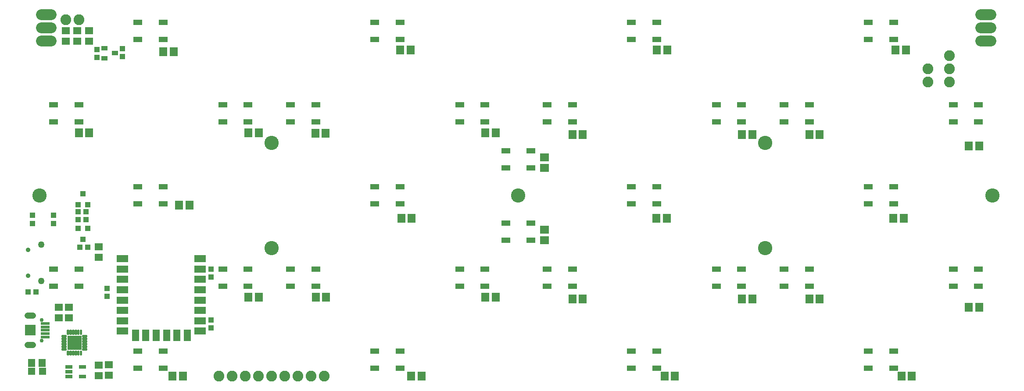
<source format=gts>
G75*
%MOIN*%
%OFA0B0*%
%FSLAX25Y25*%
%IPPOS*%
%LPD*%
%AMOC8*
5,1,8,0,0,1.08239X$1,22.5*
%
%ADD10C,0.10800*%
%ADD11R,0.06706X0.04343*%
%ADD12R,0.05918X0.07099*%
%ADD13R,0.07099X0.05918*%
%ADD14R,0.05918X0.05524*%
%ADD15R,0.05524X0.02965*%
%ADD16R,0.08674X0.05524*%
%ADD17R,0.05524X0.08674*%
%ADD18R,0.03950X0.03950*%
%ADD19R,0.04343X0.04343*%
%ADD20C,0.01351*%
%ADD21R,0.10643X0.10643*%
%ADD22R,0.06509X0.02375*%
%ADD23R,0.08280X0.08280*%
%ADD24C,0.02965*%
%ADD25C,0.04800*%
%ADD26R,0.03950X0.04343*%
%ADD27C,0.08200*%
%ADD28R,0.05524X0.05524*%
%ADD29R,0.05524X0.05918*%
%ADD30C,0.03500*%
%ADD31C,0.05000*%
%ADD32C,0.08200*%
%ADD33R,0.04800X0.03300*%
D10*
X0258502Y0126600D03*
X0258502Y0206600D03*
X0082252Y0166600D03*
X0446002Y0166600D03*
X0633502Y0126600D03*
X0633502Y0206600D03*
X0806252Y0166600D03*
D11*
X0731248Y0160104D03*
X0711956Y0160104D03*
X0711956Y0173096D03*
X0731248Y0173096D03*
X0776356Y0222604D03*
X0776356Y0235596D03*
X0795648Y0235596D03*
X0795648Y0222604D03*
X0731248Y0285104D03*
X0711956Y0285104D03*
X0711956Y0298096D03*
X0731248Y0298096D03*
X0667148Y0235596D03*
X0647856Y0235596D03*
X0647856Y0222604D03*
X0667148Y0222604D03*
X0615648Y0222604D03*
X0596356Y0222604D03*
X0596356Y0235596D03*
X0615648Y0235596D03*
X0551248Y0285104D03*
X0531956Y0285104D03*
X0531956Y0298096D03*
X0551248Y0298096D03*
X0487148Y0235596D03*
X0467856Y0235596D03*
X0467856Y0222604D03*
X0487148Y0222604D03*
X0455648Y0200596D03*
X0455648Y0187604D03*
X0436356Y0187604D03*
X0436356Y0200596D03*
X0420648Y0222604D03*
X0401356Y0222604D03*
X0401356Y0235596D03*
X0420648Y0235596D03*
X0356248Y0285104D03*
X0356248Y0298096D03*
X0336956Y0298096D03*
X0336956Y0285104D03*
X0292148Y0235596D03*
X0272856Y0235596D03*
X0272856Y0222604D03*
X0292148Y0222604D03*
X0240648Y0222604D03*
X0240648Y0235596D03*
X0221356Y0235596D03*
X0221356Y0222604D03*
X0176248Y0173096D03*
X0176248Y0160104D03*
X0156956Y0160104D03*
X0156956Y0173096D03*
X0112148Y0222604D03*
X0092856Y0222604D03*
X0092856Y0235596D03*
X0112148Y0235596D03*
X0156956Y0285104D03*
X0156956Y0298096D03*
X0176248Y0298096D03*
X0176248Y0285104D03*
X0336956Y0173096D03*
X0336956Y0160104D03*
X0356248Y0160104D03*
X0356248Y0173096D03*
X0436356Y0145596D03*
X0436356Y0132604D03*
X0455648Y0132604D03*
X0455648Y0145596D03*
X0467856Y0110596D03*
X0487148Y0110596D03*
X0487148Y0097604D03*
X0467856Y0097604D03*
X0420648Y0097604D03*
X0401356Y0097604D03*
X0401356Y0110596D03*
X0420648Y0110596D03*
X0356248Y0048096D03*
X0356248Y0035104D03*
X0336956Y0035104D03*
X0336956Y0048096D03*
X0292148Y0097604D03*
X0272856Y0097604D03*
X0272856Y0110596D03*
X0292148Y0110596D03*
X0240648Y0110596D03*
X0240648Y0097604D03*
X0221356Y0097604D03*
X0221356Y0110596D03*
X0112148Y0110596D03*
X0092856Y0110596D03*
X0092856Y0097604D03*
X0112148Y0097604D03*
X0156956Y0048096D03*
X0156956Y0035104D03*
X0176248Y0035104D03*
X0176248Y0048096D03*
X0531956Y0048096D03*
X0551248Y0048096D03*
X0551248Y0035104D03*
X0531956Y0035104D03*
X0596356Y0097604D03*
X0615648Y0097604D03*
X0615648Y0110596D03*
X0596356Y0110596D03*
X0647856Y0110596D03*
X0667148Y0110596D03*
X0667148Y0097604D03*
X0647856Y0097604D03*
X0711956Y0048096D03*
X0731248Y0048096D03*
X0731248Y0035104D03*
X0711956Y0035104D03*
X0776356Y0097604D03*
X0776356Y0110596D03*
X0795648Y0110596D03*
X0795648Y0097604D03*
X0551248Y0160104D03*
X0531956Y0160104D03*
X0531956Y0173096D03*
X0551248Y0173096D03*
D12*
X0550815Y0149100D03*
X0558689Y0149100D03*
X0615815Y0087850D03*
X0623689Y0087850D03*
X0667065Y0087850D03*
X0674939Y0087850D03*
X0730815Y0149100D03*
X0738689Y0149100D03*
X0788315Y0204100D03*
X0796189Y0204100D03*
X0674939Y0212850D03*
X0667065Y0212850D03*
X0623689Y0212850D03*
X0615815Y0212850D03*
X0559139Y0277250D03*
X0551265Y0277250D03*
X0494939Y0212850D03*
X0487065Y0212850D03*
X0428689Y0214100D03*
X0420815Y0214100D03*
X0364139Y0277250D03*
X0356265Y0277250D03*
X0299639Y0214000D03*
X0291765Y0214000D03*
X0248689Y0214100D03*
X0240815Y0214100D03*
X0196189Y0159100D03*
X0188315Y0159100D03*
X0119939Y0214100D03*
X0112065Y0214100D03*
X0176265Y0276000D03*
X0184139Y0276000D03*
X0357065Y0149100D03*
X0364939Y0149100D03*
X0420815Y0089100D03*
X0428689Y0089100D03*
X0487065Y0087850D03*
X0494939Y0087850D03*
X0557065Y0029100D03*
X0564939Y0029100D03*
X0737065Y0029100D03*
X0744939Y0029100D03*
X0788315Y0081600D03*
X0796189Y0081600D03*
X0740389Y0277250D03*
X0732515Y0277250D03*
X0299939Y0089100D03*
X0292065Y0089100D03*
X0248689Y0089100D03*
X0240815Y0089100D03*
X0191189Y0029100D03*
X0183315Y0029100D03*
X0364565Y0029100D03*
X0372439Y0029100D03*
D13*
X0466002Y0132663D03*
X0466002Y0140537D03*
X0466002Y0187663D03*
X0466002Y0195537D03*
D14*
X0134835Y0037999D03*
X0127061Y0037664D03*
X0127061Y0029664D03*
X0134835Y0029999D03*
X0104444Y0073500D03*
X0097002Y0073500D03*
X0097002Y0081500D03*
X0104444Y0081500D03*
X0127202Y0119750D03*
X0127202Y0127750D03*
X0119752Y0283850D03*
X0111002Y0283850D03*
X0102252Y0283850D03*
X0102252Y0291850D03*
X0111002Y0291850D03*
X0119752Y0291850D03*
D15*
X0114870Y0036340D03*
X0114870Y0028860D03*
X0104633Y0028860D03*
X0104633Y0032600D03*
X0104633Y0036340D03*
D16*
X0145224Y0063448D03*
X0145224Y0071322D03*
X0145224Y0079196D03*
X0145224Y0087070D03*
X0145224Y0094944D03*
X0145224Y0102819D03*
X0145224Y0110693D03*
X0145224Y0118567D03*
X0204280Y0118567D03*
X0204280Y0110693D03*
X0204280Y0102819D03*
X0204280Y0094944D03*
X0204280Y0087070D03*
X0204280Y0079196D03*
X0204280Y0071322D03*
X0204280Y0063448D03*
D17*
X0194437Y0060417D03*
X0186563Y0060417D03*
X0178689Y0060417D03*
X0170815Y0060417D03*
X0162941Y0060417D03*
X0155067Y0060417D03*
D18*
X0133502Y0089850D03*
X0133502Y0095850D03*
X0118902Y0127350D03*
X0112902Y0127350D03*
X0111452Y0148400D03*
X0111502Y0154100D03*
X0117502Y0154100D03*
X0117452Y0148400D03*
X0212602Y0110650D03*
X0212602Y0104650D03*
X0212352Y0071950D03*
X0212352Y0065950D03*
X0079552Y0093400D03*
X0073552Y0093400D03*
X0125852Y0271750D03*
X0125852Y0277750D03*
X0145102Y0278300D03*
X0145102Y0272300D03*
D19*
X0092823Y0151500D03*
X0092823Y0145200D03*
X0076681Y0145200D03*
X0076681Y0151500D03*
D20*
X0103555Y0063774D02*
X0103555Y0061174D01*
X0103555Y0063774D02*
X0104107Y0063774D01*
X0104107Y0061174D01*
X0103555Y0061174D01*
X0103555Y0062457D02*
X0104107Y0062457D01*
X0104107Y0063740D02*
X0103555Y0063740D01*
X0105523Y0063774D02*
X0105523Y0061174D01*
X0105523Y0063774D02*
X0106075Y0063774D01*
X0106075Y0061174D01*
X0105523Y0061174D01*
X0105523Y0062457D02*
X0106075Y0062457D01*
X0106075Y0063740D02*
X0105523Y0063740D01*
X0107492Y0063774D02*
X0107492Y0061174D01*
X0107492Y0063774D02*
X0108044Y0063774D01*
X0108044Y0061174D01*
X0107492Y0061174D01*
X0107492Y0062457D02*
X0108044Y0062457D01*
X0108044Y0063740D02*
X0107492Y0063740D01*
X0109460Y0063774D02*
X0109460Y0061174D01*
X0109460Y0063774D02*
X0110012Y0063774D01*
X0110012Y0061174D01*
X0109460Y0061174D01*
X0109460Y0062457D02*
X0110012Y0062457D01*
X0110012Y0063740D02*
X0109460Y0063740D01*
X0111429Y0063774D02*
X0111429Y0061174D01*
X0111429Y0063774D02*
X0111981Y0063774D01*
X0111981Y0061174D01*
X0111429Y0061174D01*
X0111429Y0062457D02*
X0111981Y0062457D01*
X0111981Y0063740D02*
X0111429Y0063740D01*
X0113397Y0063774D02*
X0113397Y0061174D01*
X0113397Y0063774D02*
X0113949Y0063774D01*
X0113949Y0061174D01*
X0113397Y0061174D01*
X0113397Y0062457D02*
X0113949Y0062457D01*
X0113949Y0063740D02*
X0113397Y0063740D01*
X0115326Y0059245D02*
X0117926Y0059245D01*
X0115326Y0059245D02*
X0115326Y0059797D01*
X0117926Y0059797D01*
X0117926Y0059245D01*
X0117926Y0057277D02*
X0115326Y0057277D01*
X0115326Y0057829D01*
X0117926Y0057829D01*
X0117926Y0057277D01*
X0117926Y0055308D02*
X0115326Y0055308D01*
X0115326Y0055860D01*
X0117926Y0055860D01*
X0117926Y0055308D01*
X0117926Y0053340D02*
X0115326Y0053340D01*
X0115326Y0053892D01*
X0117926Y0053892D01*
X0117926Y0053340D01*
X0117926Y0051371D02*
X0115326Y0051371D01*
X0115326Y0051923D01*
X0117926Y0051923D01*
X0117926Y0051371D01*
X0117926Y0049403D02*
X0115326Y0049403D01*
X0115326Y0049955D01*
X0117926Y0049955D01*
X0117926Y0049403D01*
X0113949Y0048026D02*
X0113949Y0045426D01*
X0113397Y0045426D01*
X0113397Y0048026D01*
X0113949Y0048026D01*
X0113949Y0046709D02*
X0113397Y0046709D01*
X0113397Y0047992D02*
X0113949Y0047992D01*
X0111981Y0048026D02*
X0111981Y0045426D01*
X0111429Y0045426D01*
X0111429Y0048026D01*
X0111981Y0048026D01*
X0111981Y0046709D02*
X0111429Y0046709D01*
X0111429Y0047992D02*
X0111981Y0047992D01*
X0110012Y0048026D02*
X0110012Y0045426D01*
X0109460Y0045426D01*
X0109460Y0048026D01*
X0110012Y0048026D01*
X0110012Y0046709D02*
X0109460Y0046709D01*
X0109460Y0047992D02*
X0110012Y0047992D01*
X0108044Y0048026D02*
X0108044Y0045426D01*
X0107492Y0045426D01*
X0107492Y0048026D01*
X0108044Y0048026D01*
X0108044Y0046709D02*
X0107492Y0046709D01*
X0107492Y0047992D02*
X0108044Y0047992D01*
X0106075Y0048026D02*
X0106075Y0045426D01*
X0105523Y0045426D01*
X0105523Y0048026D01*
X0106075Y0048026D01*
X0106075Y0046709D02*
X0105523Y0046709D01*
X0105523Y0047992D02*
X0106075Y0047992D01*
X0104107Y0048026D02*
X0104107Y0045426D01*
X0103555Y0045426D01*
X0103555Y0048026D01*
X0104107Y0048026D01*
X0104107Y0046709D02*
X0103555Y0046709D01*
X0103555Y0047992D02*
X0104107Y0047992D01*
X0102178Y0049955D02*
X0099578Y0049955D01*
X0102178Y0049955D02*
X0102178Y0049403D01*
X0099578Y0049403D01*
X0099578Y0049955D01*
X0099578Y0051923D02*
X0102178Y0051923D01*
X0102178Y0051371D01*
X0099578Y0051371D01*
X0099578Y0051923D01*
X0099578Y0053892D02*
X0102178Y0053892D01*
X0102178Y0053340D01*
X0099578Y0053340D01*
X0099578Y0053892D01*
X0099578Y0055860D02*
X0102178Y0055860D01*
X0102178Y0055308D01*
X0099578Y0055308D01*
X0099578Y0055860D01*
X0099578Y0057829D02*
X0102178Y0057829D01*
X0102178Y0057277D01*
X0099578Y0057277D01*
X0099578Y0057829D01*
X0099578Y0059797D02*
X0102178Y0059797D01*
X0102178Y0059245D01*
X0099578Y0059245D01*
X0099578Y0059797D01*
D21*
X0108752Y0054600D03*
D22*
X0086519Y0058982D03*
X0086519Y0061541D03*
X0086519Y0064100D03*
X0086519Y0066659D03*
X0086519Y0069218D03*
D23*
X0075102Y0064100D03*
D24*
X0083763Y0071974D03*
X0083763Y0056226D03*
D25*
X0077102Y0052978D02*
X0073102Y0052978D01*
X0073102Y0075222D02*
X0077102Y0075222D01*
D26*
X0115252Y0133269D03*
X0118992Y0141537D03*
X0111512Y0141537D03*
X0111512Y0159663D03*
X0118992Y0159663D03*
X0115252Y0167931D03*
D27*
X0112252Y0300350D03*
X0102252Y0300350D03*
X0218502Y0029100D03*
X0228502Y0029100D03*
X0238502Y0029100D03*
X0248502Y0029100D03*
X0258502Y0029100D03*
X0268502Y0029100D03*
X0278502Y0029100D03*
X0288502Y0029100D03*
X0298502Y0029100D03*
X0757252Y0252850D03*
X0757252Y0262850D03*
X0773502Y0262850D03*
X0773502Y0252850D03*
X0773502Y0272850D03*
D28*
X0076218Y0032900D03*
X0084486Y0032900D03*
D29*
X0084302Y0039300D03*
X0076302Y0039300D03*
D30*
X0073502Y0105507D03*
X0073502Y0125193D03*
D31*
X0083344Y0129130D03*
X0083344Y0101570D03*
D32*
X0083552Y0284100D02*
X0090952Y0284100D01*
X0090952Y0294100D02*
X0083552Y0294100D01*
X0083552Y0304100D02*
X0090952Y0304100D01*
X0797302Y0304100D02*
X0804702Y0304100D01*
X0804702Y0294100D02*
X0797302Y0294100D01*
X0797302Y0284100D02*
X0804702Y0284100D01*
D33*
X0139539Y0274800D03*
X0131665Y0271060D03*
X0131665Y0278540D03*
M02*

</source>
